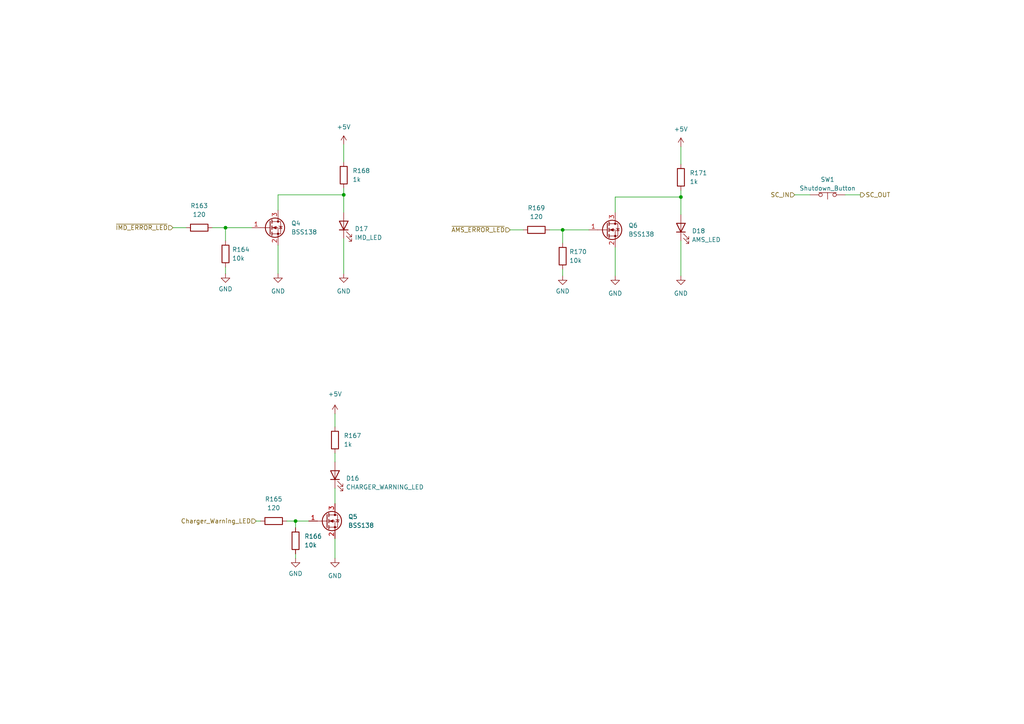
<source format=kicad_sch>
(kicad_sch (version 20230121) (generator eeschema)

  (uuid 324124c1-7542-4c12-b87c-f65c137e7ba1)

  (paper "A4")

  (lib_symbols
    (symbol "Device:LED" (pin_numbers hide) (pin_names (offset 1.016) hide) (in_bom yes) (on_board yes)
      (property "Reference" "D" (at 0 2.54 0)
        (effects (font (size 1.27 1.27)))
      )
      (property "Value" "LED" (at 0 -2.54 0)
        (effects (font (size 1.27 1.27)))
      )
      (property "Footprint" "" (at 0 0 0)
        (effects (font (size 1.27 1.27)) hide)
      )
      (property "Datasheet" "~" (at 0 0 0)
        (effects (font (size 1.27 1.27)) hide)
      )
      (property "ki_keywords" "LED diode" (at 0 0 0)
        (effects (font (size 1.27 1.27)) hide)
      )
      (property "ki_description" "Light emitting diode" (at 0 0 0)
        (effects (font (size 1.27 1.27)) hide)
      )
      (property "ki_fp_filters" "LED* LED_SMD:* LED_THT:*" (at 0 0 0)
        (effects (font (size 1.27 1.27)) hide)
      )
      (symbol "LED_0_1"
        (polyline
          (pts
            (xy -1.27 -1.27)
            (xy -1.27 1.27)
          )
          (stroke (width 0.254) (type default))
          (fill (type none))
        )
        (polyline
          (pts
            (xy -1.27 0)
            (xy 1.27 0)
          )
          (stroke (width 0) (type default))
          (fill (type none))
        )
        (polyline
          (pts
            (xy 1.27 -1.27)
            (xy 1.27 1.27)
            (xy -1.27 0)
            (xy 1.27 -1.27)
          )
          (stroke (width 0.254) (type default))
          (fill (type none))
        )
        (polyline
          (pts
            (xy -3.048 -0.762)
            (xy -4.572 -2.286)
            (xy -3.81 -2.286)
            (xy -4.572 -2.286)
            (xy -4.572 -1.524)
          )
          (stroke (width 0) (type default))
          (fill (type none))
        )
        (polyline
          (pts
            (xy -1.778 -0.762)
            (xy -3.302 -2.286)
            (xy -2.54 -2.286)
            (xy -3.302 -2.286)
            (xy -3.302 -1.524)
          )
          (stroke (width 0) (type default))
          (fill (type none))
        )
      )
      (symbol "LED_1_1"
        (pin passive line (at -3.81 0 0) (length 2.54)
          (name "K" (effects (font (size 1.27 1.27))))
          (number "1" (effects (font (size 1.27 1.27))))
        )
        (pin passive line (at 3.81 0 180) (length 2.54)
          (name "A" (effects (font (size 1.27 1.27))))
          (number "2" (effects (font (size 1.27 1.27))))
        )
      )
    )
    (symbol "Device:R" (pin_numbers hide) (pin_names (offset 0)) (in_bom yes) (on_board yes)
      (property "Reference" "R" (at 2.032 0 90)
        (effects (font (size 1.27 1.27)))
      )
      (property "Value" "R" (at 0 0 90)
        (effects (font (size 1.27 1.27)))
      )
      (property "Footprint" "" (at -1.778 0 90)
        (effects (font (size 1.27 1.27)) hide)
      )
      (property "Datasheet" "~" (at 0 0 0)
        (effects (font (size 1.27 1.27)) hide)
      )
      (property "ki_keywords" "R res resistor" (at 0 0 0)
        (effects (font (size 1.27 1.27)) hide)
      )
      (property "ki_description" "Resistor" (at 0 0 0)
        (effects (font (size 1.27 1.27)) hide)
      )
      (property "ki_fp_filters" "R_*" (at 0 0 0)
        (effects (font (size 1.27 1.27)) hide)
      )
      (symbol "R_0_1"
        (rectangle (start -1.016 -2.54) (end 1.016 2.54)
          (stroke (width 0.254) (type default))
          (fill (type none))
        )
      )
      (symbol "R_1_1"
        (pin passive line (at 0 3.81 270) (length 1.27)
          (name "~" (effects (font (size 1.27 1.27))))
          (number "1" (effects (font (size 1.27 1.27))))
        )
        (pin passive line (at 0 -3.81 90) (length 1.27)
          (name "~" (effects (font (size 1.27 1.27))))
          (number "2" (effects (font (size 1.27 1.27))))
        )
      )
    )
    (symbol "Switch:SW_Push_Open" (pin_numbers hide) (pin_names (offset 1.016) hide) (in_bom yes) (on_board yes)
      (property "Reference" "SW" (at 0 2.54 0)
        (effects (font (size 1.27 1.27)))
      )
      (property "Value" "SW_Push_Open" (at 0 -1.905 0)
        (effects (font (size 1.27 1.27)))
      )
      (property "Footprint" "" (at 0 5.08 0)
        (effects (font (size 1.27 1.27)) hide)
      )
      (property "Datasheet" "~" (at 0 5.08 0)
        (effects (font (size 1.27 1.27)) hide)
      )
      (property "ki_keywords" "switch normally-closed pushbutton push-button" (at 0 0 0)
        (effects (font (size 1.27 1.27)) hide)
      )
      (property "ki_description" "Push button switch, push-to-open, generic, two pins" (at 0 0 0)
        (effects (font (size 1.27 1.27)) hide)
      )
      (symbol "SW_Push_Open_0_1"
        (circle (center -2.032 0) (radius 0.508)
          (stroke (width 0) (type default))
          (fill (type none))
        )
        (polyline
          (pts
            (xy -2.54 -0.635)
            (xy 2.54 -0.635)
          )
          (stroke (width 0) (type default))
          (fill (type none))
        )
        (polyline
          (pts
            (xy 0 -0.635)
            (xy 0 1.27)
          )
          (stroke (width 0) (type default))
          (fill (type none))
        )
        (circle (center 2.032 0) (radius 0.508)
          (stroke (width 0) (type default))
          (fill (type none))
        )
        (pin passive line (at -5.08 0 0) (length 2.54)
          (name "A" (effects (font (size 1.27 1.27))))
          (number "1" (effects (font (size 1.27 1.27))))
        )
      )
      (symbol "SW_Push_Open_1_1"
        (pin passive line (at 5.08 0 180) (length 2.54)
          (name "B" (effects (font (size 1.27 1.27))))
          (number "2" (effects (font (size 1.27 1.27))))
        )
      )
    )
    (symbol "Transistor_FET:BSS138" (pin_names hide) (in_bom yes) (on_board yes)
      (property "Reference" "Q" (at 5.08 1.905 0)
        (effects (font (size 1.27 1.27)) (justify left))
      )
      (property "Value" "BSS138" (at 5.08 0 0)
        (effects (font (size 1.27 1.27)) (justify left))
      )
      (property "Footprint" "Package_TO_SOT_SMD:SOT-23" (at 5.08 -1.905 0)
        (effects (font (size 1.27 1.27) italic) (justify left) hide)
      )
      (property "Datasheet" "https://www.onsemi.com/pub/Collateral/BSS138-D.PDF" (at 0 0 0)
        (effects (font (size 1.27 1.27)) (justify left) hide)
      )
      (property "ki_keywords" "N-Channel MOSFET" (at 0 0 0)
        (effects (font (size 1.27 1.27)) hide)
      )
      (property "ki_description" "50V Vds, 0.22A Id, N-Channel MOSFET, SOT-23" (at 0 0 0)
        (effects (font (size 1.27 1.27)) hide)
      )
      (property "ki_fp_filters" "SOT?23*" (at 0 0 0)
        (effects (font (size 1.27 1.27)) hide)
      )
      (symbol "BSS138_0_1"
        (polyline
          (pts
            (xy 0.254 0)
            (xy -2.54 0)
          )
          (stroke (width 0) (type default))
          (fill (type none))
        )
        (polyline
          (pts
            (xy 0.254 1.905)
            (xy 0.254 -1.905)
          )
          (stroke (width 0.254) (type default))
          (fill (type none))
        )
        (polyline
          (pts
            (xy 0.762 -1.27)
            (xy 0.762 -2.286)
          )
          (stroke (width 0.254) (type default))
          (fill (type none))
        )
        (polyline
          (pts
            (xy 0.762 0.508)
            (xy 0.762 -0.508)
          )
          (stroke (width 0.254) (type default))
          (fill (type none))
        )
        (polyline
          (pts
            (xy 0.762 2.286)
            (xy 0.762 1.27)
          )
          (stroke (width 0.254) (type default))
          (fill (type none))
        )
        (polyline
          (pts
            (xy 2.54 2.54)
            (xy 2.54 1.778)
          )
          (stroke (width 0) (type default))
          (fill (type none))
        )
        (polyline
          (pts
            (xy 2.54 -2.54)
            (xy 2.54 0)
            (xy 0.762 0)
          )
          (stroke (width 0) (type default))
          (fill (type none))
        )
        (polyline
          (pts
            (xy 0.762 -1.778)
            (xy 3.302 -1.778)
            (xy 3.302 1.778)
            (xy 0.762 1.778)
          )
          (stroke (width 0) (type default))
          (fill (type none))
        )
        (polyline
          (pts
            (xy 1.016 0)
            (xy 2.032 0.381)
            (xy 2.032 -0.381)
            (xy 1.016 0)
          )
          (stroke (width 0) (type default))
          (fill (type outline))
        )
        (polyline
          (pts
            (xy 2.794 0.508)
            (xy 2.921 0.381)
            (xy 3.683 0.381)
            (xy 3.81 0.254)
          )
          (stroke (width 0) (type default))
          (fill (type none))
        )
        (polyline
          (pts
            (xy 3.302 0.381)
            (xy 2.921 -0.254)
            (xy 3.683 -0.254)
            (xy 3.302 0.381)
          )
          (stroke (width 0) (type default))
          (fill (type none))
        )
        (circle (center 1.651 0) (radius 2.794)
          (stroke (width 0.254) (type default))
          (fill (type none))
        )
        (circle (center 2.54 -1.778) (radius 0.254)
          (stroke (width 0) (type default))
          (fill (type outline))
        )
        (circle (center 2.54 1.778) (radius 0.254)
          (stroke (width 0) (type default))
          (fill (type outline))
        )
      )
      (symbol "BSS138_1_1"
        (pin input line (at -5.08 0 0) (length 2.54)
          (name "G" (effects (font (size 1.27 1.27))))
          (number "1" (effects (font (size 1.27 1.27))))
        )
        (pin passive line (at 2.54 -5.08 90) (length 2.54)
          (name "S" (effects (font (size 1.27 1.27))))
          (number "2" (effects (font (size 1.27 1.27))))
        )
        (pin passive line (at 2.54 5.08 270) (length 2.54)
          (name "D" (effects (font (size 1.27 1.27))))
          (number "3" (effects (font (size 1.27 1.27))))
        )
      )
    )
    (symbol "power:+5V" (power) (pin_names (offset 0)) (in_bom yes) (on_board yes)
      (property "Reference" "#PWR" (at 0 -3.81 0)
        (effects (font (size 1.27 1.27)) hide)
      )
      (property "Value" "+5V" (at 0 3.556 0)
        (effects (font (size 1.27 1.27)))
      )
      (property "Footprint" "" (at 0 0 0)
        (effects (font (size 1.27 1.27)) hide)
      )
      (property "Datasheet" "" (at 0 0 0)
        (effects (font (size 1.27 1.27)) hide)
      )
      (property "ki_keywords" "global power" (at 0 0 0)
        (effects (font (size 1.27 1.27)) hide)
      )
      (property "ki_description" "Power symbol creates a global label with name \"+5V\"" (at 0 0 0)
        (effects (font (size 1.27 1.27)) hide)
      )
      (symbol "+5V_0_1"
        (polyline
          (pts
            (xy -0.762 1.27)
            (xy 0 2.54)
          )
          (stroke (width 0) (type default))
          (fill (type none))
        )
        (polyline
          (pts
            (xy 0 0)
            (xy 0 2.54)
          )
          (stroke (width 0) (type default))
          (fill (type none))
        )
        (polyline
          (pts
            (xy 0 2.54)
            (xy 0.762 1.27)
          )
          (stroke (width 0) (type default))
          (fill (type none))
        )
      )
      (symbol "+5V_1_1"
        (pin power_in line (at 0 0 90) (length 0) hide
          (name "+5V" (effects (font (size 1.27 1.27))))
          (number "1" (effects (font (size 1.27 1.27))))
        )
      )
    )
    (symbol "power:GND" (power) (pin_names (offset 0)) (in_bom yes) (on_board yes)
      (property "Reference" "#PWR" (at 0 -6.35 0)
        (effects (font (size 1.27 1.27)) hide)
      )
      (property "Value" "GND" (at 0 -3.81 0)
        (effects (font (size 1.27 1.27)))
      )
      (property "Footprint" "" (at 0 0 0)
        (effects (font (size 1.27 1.27)) hide)
      )
      (property "Datasheet" "" (at 0 0 0)
        (effects (font (size 1.27 1.27)) hide)
      )
      (property "ki_keywords" "global power" (at 0 0 0)
        (effects (font (size 1.27 1.27)) hide)
      )
      (property "ki_description" "Power symbol creates a global label with name \"GND\" , ground" (at 0 0 0)
        (effects (font (size 1.27 1.27)) hide)
      )
      (symbol "GND_0_1"
        (polyline
          (pts
            (xy 0 0)
            (xy 0 -1.27)
            (xy 1.27 -1.27)
            (xy 0 -2.54)
            (xy -1.27 -1.27)
            (xy 0 -1.27)
          )
          (stroke (width 0) (type default))
          (fill (type none))
        )
      )
      (symbol "GND_1_1"
        (pin power_in line (at 0 0 270) (length 0) hide
          (name "GND" (effects (font (size 1.27 1.27))))
          (number "1" (effects (font (size 1.27 1.27))))
        )
      )
    )
  )

  (junction (at 99.695 56.515) (diameter 0) (color 0 0 0 0)
    (uuid 80550a36-f1e1-442d-8c6d-9581f6ff7dee)
  )
  (junction (at 163.195 66.675) (diameter 0) (color 0 0 0 0)
    (uuid d3128c6a-2921-43d5-aa98-f42439bc36e1)
  )
  (junction (at 65.405 66.04) (diameter 0) (color 0 0 0 0)
    (uuid d7180587-173a-4287-8f34-fcc9e1053e0d)
  )
  (junction (at 197.485 57.15) (diameter 0) (color 0 0 0 0)
    (uuid ef8e87dc-20ad-428d-a556-9aaf7fa6c6be)
  )
  (junction (at 85.725 151.13) (diameter 0) (color 0 0 0 0)
    (uuid f8e03ee3-817a-42c2-8078-4f515767e9d3)
  )

  (wire (pts (xy 97.155 156.21) (xy 97.155 161.925))
    (stroke (width 0) (type default))
    (uuid 06f6a78d-b259-4940-a175-502d97f842bb)
  )
  (wire (pts (xy 197.485 69.85) (xy 197.485 80.01))
    (stroke (width 0) (type default))
    (uuid 083386bd-f426-4dfa-9282-cce193bdb719)
  )
  (wire (pts (xy 99.695 56.515) (xy 99.695 61.595))
    (stroke (width 0) (type default))
    (uuid 0e0262bd-c4ee-49da-8c47-451fcbfd786d)
  )
  (wire (pts (xy 178.435 61.595) (xy 178.435 57.15))
    (stroke (width 0) (type default))
    (uuid 13021e74-ebf9-485a-99ef-9b0190e7f9ac)
  )
  (wire (pts (xy 163.195 66.675) (xy 163.195 70.485))
    (stroke (width 0) (type default))
    (uuid 1b117695-a83f-426b-b867-8463cd356574)
  )
  (wire (pts (xy 99.695 41.91) (xy 99.695 46.99))
    (stroke (width 0) (type default))
    (uuid 21404208-36a5-4989-ab75-5eea301d5b3b)
  )
  (wire (pts (xy 99.695 54.61) (xy 99.695 56.515))
    (stroke (width 0) (type default))
    (uuid 2ab92f35-8730-4045-8c17-576c22bdbbe5)
  )
  (wire (pts (xy 159.385 66.675) (xy 163.195 66.675))
    (stroke (width 0) (type default))
    (uuid 2ac175fb-d7a5-42a1-8733-d23708c45247)
  )
  (wire (pts (xy 83.185 151.13) (xy 85.725 151.13))
    (stroke (width 0) (type default))
    (uuid 38114328-84db-43e2-bfcd-279ef336361f)
  )
  (wire (pts (xy 50.165 66.04) (xy 53.975 66.04))
    (stroke (width 0) (type default))
    (uuid 4b88b84f-7ee2-4bbd-b63d-6c7d9e7f7d27)
  )
  (wire (pts (xy 245.11 56.515) (xy 249.555 56.515))
    (stroke (width 0) (type default))
    (uuid 4fdbed95-a560-42a1-802b-699329a50643)
  )
  (wire (pts (xy 80.645 71.12) (xy 80.645 79.375))
    (stroke (width 0) (type default))
    (uuid 5397bbb7-c002-46f1-89ee-b4abdb2b67f9)
  )
  (wire (pts (xy 85.725 151.13) (xy 89.535 151.13))
    (stroke (width 0) (type default))
    (uuid 57904ea8-d4f5-4d50-a37c-9fe58edcc2e7)
  )
  (wire (pts (xy 65.405 66.04) (xy 73.025 66.04))
    (stroke (width 0) (type default))
    (uuid 60317dae-703b-4ccb-abbb-6bbbed1853ad)
  )
  (wire (pts (xy 65.405 77.47) (xy 65.405 79.375))
    (stroke (width 0) (type default))
    (uuid 665871ed-35c4-43d2-8d65-c47403d54c49)
  )
  (wire (pts (xy 97.155 141.605) (xy 97.155 146.05))
    (stroke (width 0) (type default))
    (uuid 691dacc9-fff4-4fc3-ba04-2631511ea090)
  )
  (wire (pts (xy 163.195 66.675) (xy 170.815 66.675))
    (stroke (width 0) (type default))
    (uuid 6bc48035-5a51-4fee-a467-5e6a006ef54d)
  )
  (wire (pts (xy 197.485 55.245) (xy 197.485 57.15))
    (stroke (width 0) (type default))
    (uuid 6ebd809c-5efc-45cb-9419-21f66d5d64b3)
  )
  (wire (pts (xy 74.295 151.13) (xy 75.565 151.13))
    (stroke (width 0) (type default))
    (uuid 7b61cada-8eb9-490c-9a38-a69b1cecff66)
  )
  (wire (pts (xy 97.155 120.015) (xy 97.155 123.825))
    (stroke (width 0) (type default))
    (uuid 7fa92a25-c207-4265-8256-d7969afba6b2)
  )
  (wire (pts (xy 97.155 131.445) (xy 97.155 133.985))
    (stroke (width 0) (type default))
    (uuid 96d2c5ba-9f83-461b-954e-1e454f7a7928)
  )
  (wire (pts (xy 85.725 151.13) (xy 85.725 153.035))
    (stroke (width 0) (type default))
    (uuid 99f10984-cf90-4932-a11d-b8056747797a)
  )
  (wire (pts (xy 147.955 66.675) (xy 151.765 66.675))
    (stroke (width 0) (type default))
    (uuid ad9471dd-9393-4c11-a8a2-d0c293249004)
  )
  (wire (pts (xy 99.695 69.215) (xy 99.695 79.375))
    (stroke (width 0) (type default))
    (uuid ba4c6932-3859-4427-88c7-1449eb1fe7eb)
  )
  (wire (pts (xy 163.195 78.105) (xy 163.195 80.01))
    (stroke (width 0) (type default))
    (uuid ba7c6cd6-526b-4ae7-a280-fdf8131530d7)
  )
  (wire (pts (xy 80.645 56.515) (xy 99.695 56.515))
    (stroke (width 0) (type default))
    (uuid c0faf837-ec97-4d0a-98dd-f63812c5f596)
  )
  (wire (pts (xy 178.435 57.15) (xy 197.485 57.15))
    (stroke (width 0) (type default))
    (uuid c33d556e-27ff-4846-9a6c-a80e2800471d)
  )
  (wire (pts (xy 197.485 42.545) (xy 197.485 47.625))
    (stroke (width 0) (type default))
    (uuid c4212697-a9fd-4b58-b8ae-184b9e8574ed)
  )
  (wire (pts (xy 178.435 71.755) (xy 178.435 80.01))
    (stroke (width 0) (type default))
    (uuid cd00e3b6-3f65-4602-8fd0-69b1f8a57a91)
  )
  (wire (pts (xy 65.405 66.04) (xy 65.405 69.85))
    (stroke (width 0) (type default))
    (uuid d476e9de-42fa-4769-a4ac-afdbedf70999)
  )
  (wire (pts (xy 61.595 66.04) (xy 65.405 66.04))
    (stroke (width 0) (type default))
    (uuid df995d10-2ffd-41b2-8371-ca5cb383a9d2)
  )
  (wire (pts (xy 197.485 57.15) (xy 197.485 62.23))
    (stroke (width 0) (type default))
    (uuid e31fc838-fc61-4152-8912-ef5bd8fc808f)
  )
  (wire (pts (xy 85.725 160.655) (xy 85.725 161.925))
    (stroke (width 0) (type default))
    (uuid e3fd266f-2205-4304-b250-0a7b5513e57e)
  )
  (wire (pts (xy 230.505 56.515) (xy 234.95 56.515))
    (stroke (width 0) (type default))
    (uuid f10dfd3f-0a4d-46fc-b477-6ebfe6593ea5)
  )
  (wire (pts (xy 80.645 60.96) (xy 80.645 56.515))
    (stroke (width 0) (type default))
    (uuid f85e8864-b0ec-4d14-a5f2-761b6a51eef1)
  )

  (hierarchical_label "SC_OUT" (shape output) (at 249.555 56.515 0) (fields_autoplaced)
    (effects (font (size 1.27 1.27)) (justify left))
    (uuid 087ba4db-89e4-4888-adff-c80b88b5bc33)
  )
  (hierarchical_label "~{IMD_ERROR_LED}" (shape input) (at 50.165 66.04 180) (fields_autoplaced)
    (effects (font (size 1.27 1.27)) (justify right))
    (uuid 3bb7a835-6149-43c3-acdd-d6f2cdb71ecf)
  )
  (hierarchical_label "~{AMS_ERROR_LED}" (shape input) (at 147.955 66.675 180) (fields_autoplaced)
    (effects (font (size 1.27 1.27)) (justify right))
    (uuid 9ef76e91-a6b2-44e6-a066-e283df39d080)
  )
  (hierarchical_label "SC_IN" (shape input) (at 230.505 56.515 180) (fields_autoplaced)
    (effects (font (size 1.27 1.27)) (justify right))
    (uuid c5d49ef9-105b-4fef-bf15-2cdd7188d55e)
  )
  (hierarchical_label "Charger_Warning_LED" (shape input) (at 74.295 151.13 180) (fields_autoplaced)
    (effects (font (size 1.27 1.27)) (justify right))
    (uuid f668dfd5-28c3-460c-9762-e3fb0b7be032)
  )

  (symbol (lib_id "power:+5V") (at 97.155 120.015 0) (unit 1)
    (in_bom yes) (on_board yes) (dnp no) (fields_autoplaced)
    (uuid 039e8a98-246b-468b-a5ee-ed76e89711db)
    (property "Reference" "#PWR0200" (at 97.155 123.825 0)
      (effects (font (size 1.27 1.27)) hide)
    )
    (property "Value" "+5V" (at 97.155 114.3 0)
      (effects (font (size 1.27 1.27)))
    )
    (property "Footprint" "" (at 97.155 120.015 0)
      (effects (font (size 1.27 1.27)) hide)
    )
    (property "Datasheet" "" (at 97.155 120.015 0)
      (effects (font (size 1.27 1.27)) hide)
    )
    (pin "1" (uuid 6c90d450-f85e-4cbd-be2a-21fd0100c948))
    (instances
      (project "FT23_Charger"
        (path "/e63e39d7-6ac0-4ffd-8aa3-1841a4541b55/56190ae8-ccf2-49f9-8d86-f26b1282ae2b"
          (reference "#PWR0200") (unit 1)
        )
      )
    )
  )

  (symbol (lib_id "power:GND") (at 178.435 80.01 0) (unit 1)
    (in_bom yes) (on_board yes) (dnp no) (fields_autoplaced)
    (uuid 1db1f639-23db-416e-b053-b63a9f7ff983)
    (property "Reference" "#PWR0209" (at 178.435 86.36 0)
      (effects (font (size 1.27 1.27)) hide)
    )
    (property "Value" "GND" (at 178.435 85.09 0)
      (effects (font (size 1.27 1.27)))
    )
    (property "Footprint" "" (at 178.435 80.01 0)
      (effects (font (size 1.27 1.27)) hide)
    )
    (property "Datasheet" "" (at 178.435 80.01 0)
      (effects (font (size 1.27 1.27)) hide)
    )
    (pin "1" (uuid ea4b22d8-7dce-4943-b8fd-175c5658b5ec))
    (instances
      (project "FT23_Charger"
        (path "/e63e39d7-6ac0-4ffd-8aa3-1841a4541b55/56190ae8-ccf2-49f9-8d86-f26b1282ae2b"
          (reference "#PWR0209") (unit 1)
        )
      )
    )
  )

  (symbol (lib_id "power:GND") (at 65.405 79.375 0) (unit 1)
    (in_bom yes) (on_board yes) (dnp no) (fields_autoplaced)
    (uuid 264ee077-abe6-48b6-a06d-6492e2716363)
    (property "Reference" "#PWR0201" (at 65.405 85.725 0)
      (effects (font (size 1.27 1.27)) hide)
    )
    (property "Value" "GND" (at 65.405 83.82 0)
      (effects (font (size 1.27 1.27)))
    )
    (property "Footprint" "" (at 65.405 79.375 0)
      (effects (font (size 1.27 1.27)) hide)
    )
    (property "Datasheet" "" (at 65.405 79.375 0)
      (effects (font (size 1.27 1.27)) hide)
    )
    (pin "1" (uuid fbe202d9-f5cf-44b2-b6bf-8e1453608477))
    (instances
      (project "FT23_Charger"
        (path "/e63e39d7-6ac0-4ffd-8aa3-1841a4541b55/56190ae8-ccf2-49f9-8d86-f26b1282ae2b"
          (reference "#PWR0201") (unit 1)
        )
      )
    )
  )

  (symbol (lib_id "Device:R") (at 79.375 151.13 90) (unit 1)
    (in_bom yes) (on_board yes) (dnp no) (fields_autoplaced)
    (uuid 312e9443-3a5b-4b62-971a-574d077562f1)
    (property "Reference" "R165" (at 79.375 144.78 90)
      (effects (font (size 1.27 1.27)))
    )
    (property "Value" "120" (at 79.375 147.32 90)
      (effects (font (size 1.27 1.27)))
    )
    (property "Footprint" "Resistor_SMD:R_0603_1608Metric" (at 79.375 152.908 90)
      (effects (font (size 1.27 1.27)) hide)
    )
    (property "Datasheet" "~" (at 79.375 151.13 0)
      (effects (font (size 1.27 1.27)) hide)
    )
    (pin "1" (uuid f0654e7a-5523-4ff2-aa7f-c82c5412eb92))
    (pin "2" (uuid 6de5f366-8607-4c3a-ac83-29704dae33b0))
    (instances
      (project "FT23_Charger"
        (path "/e63e39d7-6ac0-4ffd-8aa3-1841a4541b55/56190ae8-ccf2-49f9-8d86-f26b1282ae2b"
          (reference "R165") (unit 1)
        )
      )
    )
  )

  (symbol (lib_id "power:GND") (at 197.485 80.01 0) (unit 1)
    (in_bom yes) (on_board yes) (dnp no) (fields_autoplaced)
    (uuid 3d4de871-644b-429d-aea3-f5e15568ae62)
    (property "Reference" "#PWR0208" (at 197.485 86.36 0)
      (effects (font (size 1.27 1.27)) hide)
    )
    (property "Value" "GND" (at 197.485 85.09 0)
      (effects (font (size 1.27 1.27)))
    )
    (property "Footprint" "" (at 197.485 80.01 0)
      (effects (font (size 1.27 1.27)) hide)
    )
    (property "Datasheet" "" (at 197.485 80.01 0)
      (effects (font (size 1.27 1.27)) hide)
    )
    (pin "1" (uuid fd045b6e-4294-4699-a250-b4c0d754201f))
    (instances
      (project "FT23_Charger"
        (path "/e63e39d7-6ac0-4ffd-8aa3-1841a4541b55/56190ae8-ccf2-49f9-8d86-f26b1282ae2b"
          (reference "#PWR0208") (unit 1)
        )
      )
    )
  )

  (symbol (lib_id "Device:LED") (at 97.155 137.795 90) (unit 1)
    (in_bom yes) (on_board yes) (dnp no) (fields_autoplaced)
    (uuid 3ee2003c-7c03-4467-bd6a-1834b3eb9d6d)
    (property "Reference" "D16" (at 100.33 138.7475 90)
      (effects (font (size 1.27 1.27)) (justify right))
    )
    (property "Value" "CHARGER_WARNING_LED" (at 100.33 141.2875 90)
      (effects (font (size 1.27 1.27)) (justify right))
    )
    (property "Footprint" "Connector_JST:JST_XH_S2B-XH-A-1_1x02_P2.50mm_Horizontal" (at 97.155 137.795 0)
      (effects (font (size 1.27 1.27)) hide)
    )
    (property "Datasheet" "~" (at 97.155 137.795 0)
      (effects (font (size 1.27 1.27)) hide)
    )
    (pin "1" (uuid afcb5372-dbb1-482d-8ae4-87a58ad50734))
    (pin "2" (uuid cd899099-7157-4c2f-aee4-0e92499bd21d))
    (instances
      (project "FT23_Charger"
        (path "/e63e39d7-6ac0-4ffd-8aa3-1841a4541b55/56190ae8-ccf2-49f9-8d86-f26b1282ae2b"
          (reference "D16") (unit 1)
        )
      )
    )
  )

  (symbol (lib_id "Transistor_FET:BSS138") (at 78.105 66.04 0) (unit 1)
    (in_bom yes) (on_board yes) (dnp no) (fields_autoplaced)
    (uuid 3f776102-d5d0-498d-aaf8-e0e0e73ee764)
    (property "Reference" "Q4" (at 84.455 64.7699 0)
      (effects (font (size 1.27 1.27)) (justify left))
    )
    (property "Value" "BSS138" (at 84.455 67.3099 0)
      (effects (font (size 1.27 1.27)) (justify left))
    )
    (property "Footprint" "Package_TO_SOT_SMD:SOT-23" (at 83.185 67.945 0)
      (effects (font (size 1.27 1.27) italic) (justify left) hide)
    )
    (property "Datasheet" "https://www.onsemi.com/pub/Collateral/BSS138-D.PDF" (at 78.105 66.04 0)
      (effects (font (size 1.27 1.27)) (justify left) hide)
    )
    (pin "1" (uuid 51478516-8eba-47b3-a567-346d72a6ce27))
    (pin "2" (uuid 5dd88858-9a65-4137-a2c9-2232b975e159))
    (pin "3" (uuid fb9d0d89-a5de-4bae-abe9-3886e88b6477))
    (instances
      (project "FT23_Charger"
        (path "/e63e39d7-6ac0-4ffd-8aa3-1841a4541b55/56190ae8-ccf2-49f9-8d86-f26b1282ae2b"
          (reference "Q4") (unit 1)
        )
      )
    )
  )

  (symbol (lib_id "power:GND") (at 85.725 161.925 0) (unit 1)
    (in_bom yes) (on_board yes) (dnp no) (fields_autoplaced)
    (uuid 4152048e-50a3-4776-b485-807ad20df08f)
    (property "Reference" "#PWR0203" (at 85.725 168.275 0)
      (effects (font (size 1.27 1.27)) hide)
    )
    (property "Value" "GND" (at 85.725 166.37 0)
      (effects (font (size 1.27 1.27)))
    )
    (property "Footprint" "" (at 85.725 161.925 0)
      (effects (font (size 1.27 1.27)) hide)
    )
    (property "Datasheet" "" (at 85.725 161.925 0)
      (effects (font (size 1.27 1.27)) hide)
    )
    (pin "1" (uuid b2ff4170-f888-4683-b26c-2bebb06e1129))
    (instances
      (project "FT23_Charger"
        (path "/e63e39d7-6ac0-4ffd-8aa3-1841a4541b55/56190ae8-ccf2-49f9-8d86-f26b1282ae2b"
          (reference "#PWR0203") (unit 1)
        )
      )
    )
  )

  (symbol (lib_id "power:GND") (at 99.695 79.375 0) (unit 1)
    (in_bom yes) (on_board yes) (dnp no) (fields_autoplaced)
    (uuid 44910b65-ac65-4d67-90cb-1f8e0ef331be)
    (property "Reference" "#PWR0204" (at 99.695 85.725 0)
      (effects (font (size 1.27 1.27)) hide)
    )
    (property "Value" "GND" (at 99.695 84.455 0)
      (effects (font (size 1.27 1.27)))
    )
    (property "Footprint" "" (at 99.695 79.375 0)
      (effects (font (size 1.27 1.27)) hide)
    )
    (property "Datasheet" "" (at 99.695 79.375 0)
      (effects (font (size 1.27 1.27)) hide)
    )
    (pin "1" (uuid 827b3d19-ca8a-4c11-a29c-f70d28a8b113))
    (instances
      (project "FT23_Charger"
        (path "/e63e39d7-6ac0-4ffd-8aa3-1841a4541b55/56190ae8-ccf2-49f9-8d86-f26b1282ae2b"
          (reference "#PWR0204") (unit 1)
        )
      )
    )
  )

  (symbol (lib_id "Switch:SW_Push_Open") (at 240.03 56.515 180) (unit 1)
    (in_bom yes) (on_board yes) (dnp no) (fields_autoplaced)
    (uuid 4e223588-d586-4abe-9b2d-9968f283abc3)
    (property "Reference" "SW1" (at 240.03 52.07 0)
      (effects (font (size 1.27 1.27)))
    )
    (property "Value" "Shutdown_Button" (at 240.03 54.61 0)
      (effects (font (size 1.27 1.27)))
    )
    (property "Footprint" "Connector_JST:JST_XH_S2B-XH-A-1_1x02_P2.50mm_Horizontal" (at 240.03 61.595 0)
      (effects (font (size 1.27 1.27)) hide)
    )
    (property "Datasheet" "~" (at 240.03 61.595 0)
      (effects (font (size 1.27 1.27)) hide)
    )
    (pin "1" (uuid bb4b7408-efb8-458d-af88-b0f3dc0e8401))
    (pin "2" (uuid 5e648641-1d3e-4e18-93ca-3d8dc0b0f235))
    (instances
      (project "FT23_Charger"
        (path "/e63e39d7-6ac0-4ffd-8aa3-1841a4541b55/56190ae8-ccf2-49f9-8d86-f26b1282ae2b"
          (reference "SW1") (unit 1)
        )
      )
    )
  )

  (symbol (lib_id "power:GND") (at 80.645 79.375 0) (unit 1)
    (in_bom yes) (on_board yes) (dnp no) (fields_autoplaced)
    (uuid 64d8cca9-422f-4307-8ae3-d61bac6aa69c)
    (property "Reference" "#PWR0205" (at 80.645 85.725 0)
      (effects (font (size 1.27 1.27)) hide)
    )
    (property "Value" "GND" (at 80.645 84.455 0)
      (effects (font (size 1.27 1.27)))
    )
    (property "Footprint" "" (at 80.645 79.375 0)
      (effects (font (size 1.27 1.27)) hide)
    )
    (property "Datasheet" "" (at 80.645 79.375 0)
      (effects (font (size 1.27 1.27)) hide)
    )
    (pin "1" (uuid c4994cd1-8e05-469d-bcf9-951c641095b3))
    (instances
      (project "FT23_Charger"
        (path "/e63e39d7-6ac0-4ffd-8aa3-1841a4541b55/56190ae8-ccf2-49f9-8d86-f26b1282ae2b"
          (reference "#PWR0205") (unit 1)
        )
      )
    )
  )

  (symbol (lib_id "Device:R") (at 57.785 66.04 90) (unit 1)
    (in_bom yes) (on_board yes) (dnp no) (fields_autoplaced)
    (uuid 6c194521-46b2-4f5e-b46a-78f054a697af)
    (property "Reference" "R163" (at 57.785 59.69 90)
      (effects (font (size 1.27 1.27)))
    )
    (property "Value" "120" (at 57.785 62.23 90)
      (effects (font (size 1.27 1.27)))
    )
    (property "Footprint" "Resistor_SMD:R_0603_1608Metric" (at 57.785 67.818 90)
      (effects (font (size 1.27 1.27)) hide)
    )
    (property "Datasheet" "~" (at 57.785 66.04 0)
      (effects (font (size 1.27 1.27)) hide)
    )
    (pin "1" (uuid 322b8224-14f0-4ead-8fa5-fa5d507d670b))
    (pin "2" (uuid 399c7764-91e8-422f-ad93-6ad9ae72a1f2))
    (instances
      (project "FT23_Charger"
        (path "/e63e39d7-6ac0-4ffd-8aa3-1841a4541b55/56190ae8-ccf2-49f9-8d86-f26b1282ae2b"
          (reference "R163") (unit 1)
        )
      )
    )
  )

  (symbol (lib_id "power:GND") (at 163.195 80.01 0) (unit 1)
    (in_bom yes) (on_board yes) (dnp no) (fields_autoplaced)
    (uuid 70ce0e8a-d5f5-40db-8e8a-63bec524e453)
    (property "Reference" "#PWR0206" (at 163.195 86.36 0)
      (effects (font (size 1.27 1.27)) hide)
    )
    (property "Value" "GND" (at 163.195 84.455 0)
      (effects (font (size 1.27 1.27)))
    )
    (property "Footprint" "" (at 163.195 80.01 0)
      (effects (font (size 1.27 1.27)) hide)
    )
    (property "Datasheet" "" (at 163.195 80.01 0)
      (effects (font (size 1.27 1.27)) hide)
    )
    (pin "1" (uuid a1a718ab-b490-4940-9f2d-a9f3c0f8da23))
    (instances
      (project "FT23_Charger"
        (path "/e63e39d7-6ac0-4ffd-8aa3-1841a4541b55/56190ae8-ccf2-49f9-8d86-f26b1282ae2b"
          (reference "#PWR0206") (unit 1)
        )
      )
    )
  )

  (symbol (lib_id "Device:R") (at 65.405 73.66 0) (unit 1)
    (in_bom yes) (on_board yes) (dnp no) (fields_autoplaced)
    (uuid 74acf88a-d707-4d06-9137-580fe18630d3)
    (property "Reference" "R164" (at 67.31 72.3899 0)
      (effects (font (size 1.27 1.27)) (justify left))
    )
    (property "Value" "10k" (at 67.31 74.9299 0)
      (effects (font (size 1.27 1.27)) (justify left))
    )
    (property "Footprint" "Resistor_SMD:R_0603_1608Metric" (at 63.627 73.66 90)
      (effects (font (size 1.27 1.27)) hide)
    )
    (property "Datasheet" "~" (at 65.405 73.66 0)
      (effects (font (size 1.27 1.27)) hide)
    )
    (pin "1" (uuid a63b44f1-ea5e-4f13-b9b3-c183c5766b10))
    (pin "2" (uuid ae300eb0-4d90-4667-9ac8-30dc063fea66))
    (instances
      (project "FT23_Charger"
        (path "/e63e39d7-6ac0-4ffd-8aa3-1841a4541b55/56190ae8-ccf2-49f9-8d86-f26b1282ae2b"
          (reference "R164") (unit 1)
        )
      )
    )
  )

  (symbol (lib_id "power:+5V") (at 197.485 42.545 0) (unit 1)
    (in_bom yes) (on_board yes) (dnp no) (fields_autoplaced)
    (uuid 7531a9e0-da20-4441-ac7b-009ec187c930)
    (property "Reference" "#PWR0207" (at 197.485 46.355 0)
      (effects (font (size 1.27 1.27)) hide)
    )
    (property "Value" "+5V" (at 197.485 37.465 0)
      (effects (font (size 1.27 1.27)))
    )
    (property "Footprint" "" (at 197.485 42.545 0)
      (effects (font (size 1.27 1.27)) hide)
    )
    (property "Datasheet" "" (at 197.485 42.545 0)
      (effects (font (size 1.27 1.27)) hide)
    )
    (pin "1" (uuid e7c683c3-be76-4e95-98b5-23142e197797))
    (instances
      (project "FT23_Charger"
        (path "/e63e39d7-6ac0-4ffd-8aa3-1841a4541b55/56190ae8-ccf2-49f9-8d86-f26b1282ae2b"
          (reference "#PWR0207") (unit 1)
        )
      )
    )
  )

  (symbol (lib_id "power:+5V") (at 99.695 41.91 0) (unit 1)
    (in_bom yes) (on_board yes) (dnp no) (fields_autoplaced)
    (uuid 7e278c14-7154-4b9c-bd8e-721cd490e6dd)
    (property "Reference" "#PWR0199" (at 99.695 45.72 0)
      (effects (font (size 1.27 1.27)) hide)
    )
    (property "Value" "+5V" (at 99.695 36.83 0)
      (effects (font (size 1.27 1.27)))
    )
    (property "Footprint" "" (at 99.695 41.91 0)
      (effects (font (size 1.27 1.27)) hide)
    )
    (property "Datasheet" "" (at 99.695 41.91 0)
      (effects (font (size 1.27 1.27)) hide)
    )
    (pin "1" (uuid 0a3b86f5-72bc-4a6d-8b3b-0556d50a443a))
    (instances
      (project "FT23_Charger"
        (path "/e63e39d7-6ac0-4ffd-8aa3-1841a4541b55/56190ae8-ccf2-49f9-8d86-f26b1282ae2b"
          (reference "#PWR0199") (unit 1)
        )
      )
    )
  )

  (symbol (lib_id "Device:R") (at 85.725 156.845 0) (unit 1)
    (in_bom yes) (on_board yes) (dnp no) (fields_autoplaced)
    (uuid 857a3db0-a8a6-4d99-8ac5-08d358c43e46)
    (property "Reference" "R166" (at 88.265 155.5749 0)
      (effects (font (size 1.27 1.27)) (justify left))
    )
    (property "Value" "10k" (at 88.265 158.1149 0)
      (effects (font (size 1.27 1.27)) (justify left))
    )
    (property "Footprint" "Resistor_SMD:R_0603_1608Metric" (at 83.947 156.845 90)
      (effects (font (size 1.27 1.27)) hide)
    )
    (property "Datasheet" "~" (at 85.725 156.845 0)
      (effects (font (size 1.27 1.27)) hide)
    )
    (pin "1" (uuid 42c527fe-545a-43d2-a625-52604f27d3c0))
    (pin "2" (uuid 7561696b-57b8-4a0a-85d4-f6c89b5aed85))
    (instances
      (project "FT23_Charger"
        (path "/e63e39d7-6ac0-4ffd-8aa3-1841a4541b55/56190ae8-ccf2-49f9-8d86-f26b1282ae2b"
          (reference "R166") (unit 1)
        )
      )
    )
  )

  (symbol (lib_id "Device:R") (at 197.485 51.435 0) (unit 1)
    (in_bom yes) (on_board yes) (dnp no) (fields_autoplaced)
    (uuid 8708eb63-0d2b-48e2-9481-e4058e2a8907)
    (property "Reference" "R171" (at 200.025 50.1649 0)
      (effects (font (size 1.27 1.27)) (justify left))
    )
    (property "Value" "1k" (at 200.025 52.7049 0)
      (effects (font (size 1.27 1.27)) (justify left))
    )
    (property "Footprint" "Resistor_SMD:R_0603_1608Metric" (at 195.707 51.435 90)
      (effects (font (size 1.27 1.27)) hide)
    )
    (property "Datasheet" "~" (at 197.485 51.435 0)
      (effects (font (size 1.27 1.27)) hide)
    )
    (pin "1" (uuid d505a458-0290-4d29-be97-2c8f7ce9aef8))
    (pin "2" (uuid 40381470-41f1-4ead-8e76-7fce9b264da9))
    (instances
      (project "FT23_Charger"
        (path "/e63e39d7-6ac0-4ffd-8aa3-1841a4541b55/56190ae8-ccf2-49f9-8d86-f26b1282ae2b"
          (reference "R171") (unit 1)
        )
      )
    )
  )

  (symbol (lib_id "Device:LED") (at 99.695 65.405 90) (unit 1)
    (in_bom yes) (on_board yes) (dnp no) (fields_autoplaced)
    (uuid 9a418b98-3eea-4e26-a2b8-eecb6a3a1c69)
    (property "Reference" "D17" (at 102.87 66.3575 90)
      (effects (font (size 1.27 1.27)) (justify right))
    )
    (property "Value" "IMD_LED" (at 102.87 68.8975 90)
      (effects (font (size 1.27 1.27)) (justify right))
    )
    (property "Footprint" "Connector_JST:JST_XH_S2B-XH-A-1_1x02_P2.50mm_Horizontal" (at 99.695 65.405 0)
      (effects (font (size 1.27 1.27)) hide)
    )
    (property "Datasheet" "~" (at 99.695 65.405 0)
      (effects (font (size 1.27 1.27)) hide)
    )
    (pin "1" (uuid 82e36359-2052-4196-be25-ac863d1fade0))
    (pin "2" (uuid 22df5562-e504-44c6-8669-9c2f4601cc53))
    (instances
      (project "FT23_Charger"
        (path "/e63e39d7-6ac0-4ffd-8aa3-1841a4541b55/56190ae8-ccf2-49f9-8d86-f26b1282ae2b"
          (reference "D17") (unit 1)
        )
      )
    )
  )

  (symbol (lib_id "Transistor_FET:BSS138") (at 94.615 151.13 0) (unit 1)
    (in_bom yes) (on_board yes) (dnp no) (fields_autoplaced)
    (uuid 9e1524aa-16bd-455a-8f23-6501dd72a576)
    (property "Reference" "Q5" (at 100.965 149.8599 0)
      (effects (font (size 1.27 1.27)) (justify left))
    )
    (property "Value" "BSS138" (at 100.965 152.3999 0)
      (effects (font (size 1.27 1.27)) (justify left))
    )
    (property "Footprint" "Package_TO_SOT_SMD:SOT-23" (at 99.695 153.035 0)
      (effects (font (size 1.27 1.27) italic) (justify left) hide)
    )
    (property "Datasheet" "https://www.onsemi.com/pub/Collateral/BSS138-D.PDF" (at 94.615 151.13 0)
      (effects (font (size 1.27 1.27)) (justify left) hide)
    )
    (pin "1" (uuid e96559fb-71a6-4774-a0e2-03a3fda6a547))
    (pin "2" (uuid c27b232e-994a-46b4-ba18-8a8c21bffbf3))
    (pin "3" (uuid 5b694039-f79d-46c1-8880-4f00afa0ab35))
    (instances
      (project "FT23_Charger"
        (path "/e63e39d7-6ac0-4ffd-8aa3-1841a4541b55/56190ae8-ccf2-49f9-8d86-f26b1282ae2b"
          (reference "Q5") (unit 1)
        )
      )
    )
  )

  (symbol (lib_id "Transistor_FET:BSS138") (at 175.895 66.675 0) (unit 1)
    (in_bom yes) (on_board yes) (dnp no) (fields_autoplaced)
    (uuid a18bdc61-6c33-49b0-b8ab-daed0375dcf3)
    (property "Reference" "Q6" (at 182.245 65.4049 0)
      (effects (font (size 1.27 1.27)) (justify left))
    )
    (property "Value" "BSS138" (at 182.245 67.9449 0)
      (effects (font (size 1.27 1.27)) (justify left))
    )
    (property "Footprint" "Package_TO_SOT_SMD:SOT-23" (at 180.975 68.58 0)
      (effects (font (size 1.27 1.27) italic) (justify left) hide)
    )
    (property "Datasheet" "https://www.onsemi.com/pub/Collateral/BSS138-D.PDF" (at 175.895 66.675 0)
      (effects (font (size 1.27 1.27)) (justify left) hide)
    )
    (pin "1" (uuid 8a3a357d-2783-4778-b6c9-f7a2b388a72d))
    (pin "2" (uuid 1e0ec13d-c070-401d-8a33-9e1ff922fa73))
    (pin "3" (uuid dba0cd13-3865-4e27-b091-d08db8f9932f))
    (instances
      (project "FT23_Charger"
        (path "/e63e39d7-6ac0-4ffd-8aa3-1841a4541b55/56190ae8-ccf2-49f9-8d86-f26b1282ae2b"
          (reference "Q6") (unit 1)
        )
      )
    )
  )

  (symbol (lib_id "power:GND") (at 97.155 161.925 0) (unit 1)
    (in_bom yes) (on_board yes) (dnp no) (fields_autoplaced)
    (uuid a8061190-a802-4951-af9f-8cf986dcd2c4)
    (property "Reference" "#PWR0202" (at 97.155 168.275 0)
      (effects (font (size 1.27 1.27)) hide)
    )
    (property "Value" "GND" (at 97.155 167.005 0)
      (effects (font (size 1.27 1.27)))
    )
    (property "Footprint" "" (at 97.155 161.925 0)
      (effects (font (size 1.27 1.27)) hide)
    )
    (property "Datasheet" "" (at 97.155 161.925 0)
      (effects (font (size 1.27 1.27)) hide)
    )
    (pin "1" (uuid 3b3bb56d-5e3a-4994-b39d-009b0e8118bf))
    (instances
      (project "FT23_Charger"
        (path "/e63e39d7-6ac0-4ffd-8aa3-1841a4541b55/56190ae8-ccf2-49f9-8d86-f26b1282ae2b"
          (reference "#PWR0202") (unit 1)
        )
      )
    )
  )

  (symbol (lib_id "Device:R") (at 155.575 66.675 90) (unit 1)
    (in_bom yes) (on_board yes) (dnp no) (fields_autoplaced)
    (uuid bb54aa7d-8c89-4b57-9ffc-604bf18c34a8)
    (property "Reference" "R169" (at 155.575 60.325 90)
      (effects (font (size 1.27 1.27)))
    )
    (property "Value" "120" (at 155.575 62.865 90)
      (effects (font (size 1.27 1.27)))
    )
    (property "Footprint" "Resistor_SMD:R_0603_1608Metric" (at 155.575 68.453 90)
      (effects (font (size 1.27 1.27)) hide)
    )
    (property "Datasheet" "~" (at 155.575 66.675 0)
      (effects (font (size 1.27 1.27)) hide)
    )
    (pin "1" (uuid 820e049b-f8a9-4551-ad36-8d43225978df))
    (pin "2" (uuid 1c6c4b42-97e5-48e4-9c7c-a3152cbf6176))
    (instances
      (project "FT23_Charger"
        (path "/e63e39d7-6ac0-4ffd-8aa3-1841a4541b55/56190ae8-ccf2-49f9-8d86-f26b1282ae2b"
          (reference "R169") (unit 1)
        )
      )
    )
  )

  (symbol (lib_id "Device:R") (at 99.695 50.8 0) (unit 1)
    (in_bom yes) (on_board yes) (dnp no) (fields_autoplaced)
    (uuid d2d1b363-63e3-4937-80ee-77bf83644495)
    (property "Reference" "R168" (at 102.235 49.5299 0)
      (effects (font (size 1.27 1.27)) (justify left))
    )
    (property "Value" "1k" (at 102.235 52.0699 0)
      (effects (font (size 1.27 1.27)) (justify left))
    )
    (property "Footprint" "Resistor_SMD:R_0603_1608Metric" (at 97.917 50.8 90)
      (effects (font (size 1.27 1.27)) hide)
    )
    (property "Datasheet" "~" (at 99.695 50.8 0)
      (effects (font (size 1.27 1.27)) hide)
    )
    (pin "1" (uuid e94e0a6a-beab-40a5-8c03-ab9fe2cf5828))
    (pin "2" (uuid 20e8528d-7daa-42ab-a608-1514b85c0603))
    (instances
      (project "FT23_Charger"
        (path "/e63e39d7-6ac0-4ffd-8aa3-1841a4541b55/56190ae8-ccf2-49f9-8d86-f26b1282ae2b"
          (reference "R168") (unit 1)
        )
      )
    )
  )

  (symbol (lib_id "Device:LED") (at 197.485 66.04 90) (unit 1)
    (in_bom yes) (on_board yes) (dnp no) (fields_autoplaced)
    (uuid efad1af8-9d81-4699-b8e8-c1f3097eae92)
    (property "Reference" "D18" (at 200.66 66.9925 90)
      (effects (font (size 1.27 1.27)) (justify right))
    )
    (property "Value" "AMS_LED" (at 200.66 69.5325 90)
      (effects (font (size 1.27 1.27)) (justify right))
    )
    (property "Footprint" "Connector_JST:JST_XH_S2B-XH-A-1_1x02_P2.50mm_Horizontal" (at 197.485 66.04 0)
      (effects (font (size 1.27 1.27)) hide)
    )
    (property "Datasheet" "~" (at 197.485 66.04 0)
      (effects (font (size 1.27 1.27)) hide)
    )
    (pin "1" (uuid ad580eb3-e44e-446d-b517-a78aba558650))
    (pin "2" (uuid 0e5d4ebb-4822-4621-a4ea-3d677c8c137d))
    (instances
      (project "FT23_Charger"
        (path "/e63e39d7-6ac0-4ffd-8aa3-1841a4541b55/56190ae8-ccf2-49f9-8d86-f26b1282ae2b"
          (reference "D18") (unit 1)
        )
      )
    )
  )

  (symbol (lib_id "Device:R") (at 97.155 127.635 0) (unit 1)
    (in_bom yes) (on_board yes) (dnp no) (fields_autoplaced)
    (uuid f587db5a-edb7-42fa-8399-fcffe47c1494)
    (property "Reference" "R167" (at 99.695 126.3649 0)
      (effects (font (size 1.27 1.27)) (justify left))
    )
    (property "Value" "1k" (at 99.695 128.9049 0)
      (effects (font (size 1.27 1.27)) (justify left))
    )
    (property "Footprint" "Resistor_SMD:R_0603_1608Metric" (at 95.377 127.635 90)
      (effects (font (size 1.27 1.27)) hide)
    )
    (property "Datasheet" "~" (at 97.155 127.635 0)
      (effects (font (size 1.27 1.27)) hide)
    )
    (pin "1" (uuid 71222cc0-08d5-4946-adb3-c65f65535997))
    (pin "2" (uuid 921caddf-1225-45e7-a2b6-33dd09a2f159))
    (instances
      (project "FT23_Charger"
        (path "/e63e39d7-6ac0-4ffd-8aa3-1841a4541b55/56190ae8-ccf2-49f9-8d86-f26b1282ae2b"
          (reference "R167") (unit 1)
        )
      )
    )
  )

  (symbol (lib_id "Device:R") (at 163.195 74.295 0) (unit 1)
    (in_bom yes) (on_board yes) (dnp no) (fields_autoplaced)
    (uuid f82a83ea-651c-448a-992f-5e8a159dfe86)
    (property "Reference" "R170" (at 165.1 73.0249 0)
      (effects (font (size 1.27 1.27)) (justify left))
    )
    (property "Value" "10k" (at 165.1 75.5649 0)
      (effects (font (size 1.27 1.27)) (justify left))
    )
    (property "Footprint" "Resistor_SMD:R_0603_1608Metric" (at 161.417 74.295 90)
      (effects (font (size 1.27 1.27)) hide)
    )
    (property "Datasheet" "~" (at 163.195 74.295 0)
      (effects (font (size 1.27 1.27)) hide)
    )
    (pin "1" (uuid f7726533-6470-4260-828d-759bbad79834))
    (pin "2" (uuid 0f15184f-8219-468e-8d42-17ab70a25c97))
    (instances
      (project "FT23_Charger"
        (path "/e63e39d7-6ac0-4ffd-8aa3-1841a4541b55/56190ae8-ccf2-49f9-8d86-f26b1282ae2b"
          (reference "R170") (unit 1)
        )
      )
    )
  )
)

</source>
